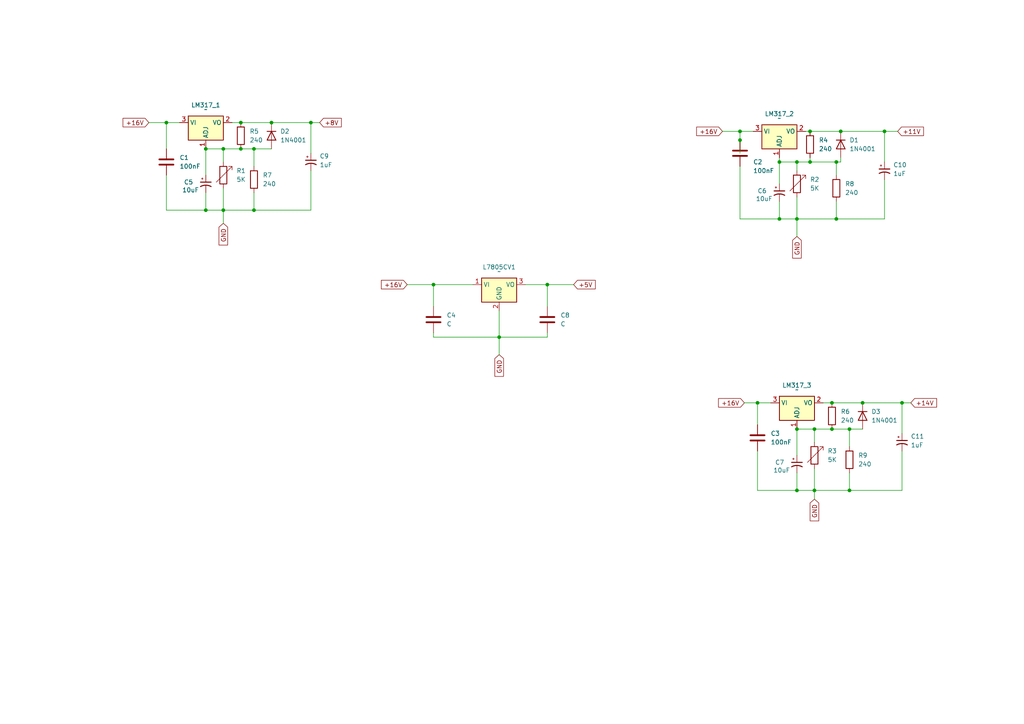
<source format=kicad_sch>
(kicad_sch (version 20231120) (generator "eeschema") (generator_version "8.0")
  (paper "A4")
  (lib_symbols
    (symbol "Device:C" (pin_numbers hide) (pin_names (offset 0.254))
      (property "Reference" "C" (at 0.635 2.54 0))
      (property "Value" "C" (at 0.635 -2.54 0))
      (symbol "C_0_1"
        (polyline (pts (xy -2.032 -0.762) (xy 2.032 -0.762)) (stroke (width 0.508)))
        (polyline (pts (xy -2.032 0.762) (xy 2.032 0.762)) (stroke (width 0.508)))
      )
      (symbol "C_1_1"
        (pin passive line (at 0 3.81 270) (length 2.794) (name "~") (number "1"))
        (pin passive line (at 0 -3.81 90) (length 2.794) (name "~") (number "2"))
      )
    )
    (symbol "Device:C_Polarized_Small_US" (pin_numbers hide) (pin_names (offset 0.254) hide)
      (property "Reference" "C" (at 0.254 1.778 0))
      (property "Value" "C_Polarized_Small_US" (at 0.254 -2.032 0))
      (symbol "C_Polarized_Small_US_0_1"
        (polyline (pts (xy -1.524 0.508) (xy 1.524 0.508)) (stroke (width 0.3048)))
        (polyline (pts (xy -1.27 1.524) (xy -0.762 1.524)))
        (polyline (pts (xy -1.016 1.27) (xy -1.016 1.778)))
        (arc (start 1.524 -0.762) (mid 0 -0.3734) (end -1.524 -0.762) (stroke (width 0.3048)))
      )
      (symbol "C_Polarized_Small_US_1_1"
        (pin passive line (at 0 2.54 270) (length 2.032) (name "~") (number "1"))
        (pin passive line (at 0 -2.54 90) (length 2.032) (name "~") (number "2"))
      )
    )
    (symbol "Device:R" (pin_numbers hide) (pin_names (offset 0))
      (property "Reference" "R" (at 2.032 0 90))
      (property "Value" "R" (at 0 0 90))
      (symbol "R_0_1"
        (rectangle (start -1.016 -2.54) (end 1.016 2.54) (stroke (width 0.254)))
      )
      (symbol "R_1_1"
        (pin passive line (at 0 3.81 270) (length 1.27) (name "~") (number "1"))
        (pin passive line (at 0 -3.81 90) (length 1.27) (name "~") (number "2"))
      )
    )
    (symbol "Device:R_Variable" (pin_numbers hide) (pin_names (offset 0))
      (property "Reference" "R" (at 2.54 -2.54 90))
      (property "Value" "R_Variable" (at -2.54 -1.27 90))
      (symbol "R_Variable_0_1"
        (rectangle (start -1.016 -2.54) (end 1.016 2.54) (stroke (width 0.254)))
        (polyline (pts (xy 2.54 1.524) (xy 2.54 2.54) (xy 1.524 2.54) (xy 2.54 2.54) (xy -2.032 -2.032)))
      )
      (symbol "R_Variable_1_1"
        (pin passive line (at 0 3.81 270) (length 1.27) (name "~") (number "1"))
        (pin passive line (at 0 -3.81 90) (length 1.27) (name "~") (number "2"))
      )
    )
    (symbol "Diode:1N914WT" (pin_numbers hide) (pin_names hide)
      (property "Reference" "D" (at 0 2.54 0))
      (property "Value" "1N914WT" (at 0 -2.54 0))
      (symbol "1N914WT_0_1"
        (polyline (pts (xy -1.27 1.27) (xy -1.27 -1.27)) (stroke (width 0.254)))
        (polyline (pts (xy 1.27 0) (xy -1.27 0)))
        (polyline (pts (xy 1.27 1.27) (xy 1.27 -1.27) (xy -1.27 0) (xy 1.27 1.27)) (stroke (width 0.254)))
      )
      (symbol "1N914WT_1_1"
        (pin passive line (at -3.81 0 0) (length 2.54) (name "K") (number "1"))
        (pin passive line (at 3.81 0 180) (length 2.54) (name "A") (number "2"))
      )
    )
    (symbol "Omialimentation:L7805"
      (property "Reference" "L7805CV" (at 0 4.318 0))
      (symbol "L7805_0_1"
        (rectangle (start -5.08 3.175) (end 5.08 -3.81) (stroke (width 0.254)) (fill (type background)))
      )
      (symbol "L7805_1_1"
        (pin power_in line (at -7.62 1.27 0) (length 2.54) (name "VI") (number "1"))
        (pin power_in line (at 0 -6.35 90) (length 2.54) (name "GND") (number "2"))
        (pin power_out line (at 7.62 1.27 180) (length 2.54) (name "VO") (number "3"))
      )
    )
    (symbol "Omialimentation:LM317"
      (property "Reference" "LM317" (at -8.128 5.334 0))
      (symbol "LM317_0_1"
        (rectangle (start -5.08 3.175) (end 5.08 -3.81) (stroke (width 0.254)) (fill (type background)))
      )
      (symbol "LM317_1_1"
        (pin input line (at 0 -6.35 90) (length 2.54) (name "ADJ") (number "1"))
        (pin power_out line (at 7.62 1.27 180) (length 2.54) (name "VO") (number "2"))
        (pin power_in line (at -7.62 1.27 0) (length 2.54) (name "VI") (number "3"))
      )
    )
  )
  (junction (at 250.19 116.84))
  (junction (at 59.69 43.18))
  (junction (at 246.38 124.46))
  (junction (at 69.85 35.56))
  (junction (at 243.84 38.1))
  (junction (at 78.74 35.56))
  (junction (at 256.54 38.1))
  (junction (at 158.75 82.55))
  (junction (at 241.3 116.84))
  (junction (at 242.57 46.99))
  (junction (at 73.66 43.18))
  (junction (at 231.14 46.99))
  (junction (at 48.26 35.56))
  (junction (at 231.14 142.24))
  (junction (at 261.62 116.84))
  (junction (at 59.69 60.96))
  (junction (at 231.14 63.5))
  (junction (at 64.77 60.96))
  (junction (at 125.73 82.55))
  (junction (at 246.38 142.24))
  (junction (at 219.71 116.84))
  (junction (at 144.78 97.79))
  (junction (at 214.63 38.1))
  (junction (at 236.22 124.46))
  (junction (at 234.95 38.1))
  (junction (at 73.66 60.96))
  (junction (at 231.14 124.46))
  (junction (at 214.63 40.64))
  (junction (at 90.17 35.56))
  (junction (at 64.77 43.18))
  (junction (at 242.57 63.5))
  (junction (at 241.3 124.46))
  (junction (at 226.06 46.99))
  (junction (at 234.95 46.99))
  (junction (at 69.85 43.18))
  (junction (at 226.06 63.5))
  (junction (at 236.22 142.24))
  (wire (pts (xy 226.06 58.42) (xy 226.06 63.5)))
  (wire (pts (xy 73.66 43.18) (xy 78.74 43.18)))
  (wire (pts (xy 234.95 46.99) (xy 242.57 46.99)))
  (wire (pts (xy 73.66 43.18) (xy 73.66 48.26)))
  (wire (pts (xy 219.71 116.84) (xy 223.52 116.84)))
  (wire (pts (xy 158.75 97.79) (xy 144.78 97.79)))
  (wire (pts (xy 118.11 82.55) (xy 125.73 82.55)))
  (wire (pts (xy 144.78 97.79) (xy 144.78 102.87)))
  (wire (pts (xy 90.17 35.56) (xy 92.71 35.56)))
  (wire (pts (xy 243.84 38.1) (xy 256.54 38.1)))
  (wire (pts (xy 242.57 46.99) (xy 242.57 50.8)))
  (wire (pts (xy 233.68 38.1) (xy 234.95 38.1)))
  (wire (pts (xy 52.07 35.56) (xy 48.26 35.56)))
  (wire (pts (xy 214.63 44.45) (xy 214.63 40.64)))
  (wire (pts (xy 152.4 82.55) (xy 158.75 82.55)))
  (wire (pts (xy 231.14 49.53) (xy 231.14 46.99)))
  (wire (pts (xy 246.38 142.24) (xy 261.62 142.24)))
  (wire (pts (xy 231.14 142.24) (xy 236.22 142.24)))
  (wire (pts (xy 236.22 142.24) (xy 246.38 142.24)))
  (wire (pts (xy 64.77 60.96) (xy 64.77 64.77)))
  (wire (pts (xy 64.77 60.96) (xy 73.66 60.96)))
  (wire (pts (xy 241.3 116.84) (xy 250.19 116.84)))
  (wire (pts (xy 67.31 35.56) (xy 69.85 35.56)))
  (wire (pts (xy 231.14 132.08) (xy 231.14 124.46)))
  (wire (pts (xy 236.22 135.89) (xy 236.22 142.24)))
  (wire (pts (xy 158.75 96.52) (xy 158.75 97.79)))
  (wire (pts (xy 48.26 35.56) (xy 48.26 43.18)))
  (wire (pts (xy 261.62 130.81) (xy 261.62 142.24)))
  (wire (pts (xy 231.14 46.99) (xy 234.95 46.99)))
  (wire (pts (xy 59.69 50.8) (xy 59.69 43.18)))
  (wire (pts (xy 144.78 90.17) (xy 144.78 97.79)))
  (wire (pts (xy 59.69 55.88) (xy 59.69 60.96)))
  (wire (pts (xy 64.77 43.18) (xy 69.85 43.18)))
  (wire (pts (xy 158.75 82.55) (xy 166.37 82.55)))
  (wire (pts (xy 214.63 48.26) (xy 214.63 63.5)))
  (wire (pts (xy 209.55 38.1) (xy 214.63 38.1)))
  (wire (pts (xy 214.63 38.1) (xy 218.44 38.1)))
  (wire (pts (xy 236.22 124.46) (xy 241.3 124.46)))
  (wire (pts (xy 69.85 35.56) (xy 78.74 35.56)))
  (wire (pts (xy 261.62 125.73) (xy 261.62 116.84)))
  (wire (pts (xy 125.73 97.79) (xy 144.78 97.79)))
  (wire (pts (xy 125.73 82.55) (xy 137.16 82.55)))
  (wire (pts (xy 236.22 142.24) (xy 236.22 144.78)))
  (wire (pts (xy 48.26 60.96) (xy 59.69 60.96)))
  (wire (pts (xy 64.77 46.99) (xy 64.77 43.18)))
  (wire (pts (xy 242.57 46.99) (xy 243.84 46.99)))
  (wire (pts (xy 246.38 124.46) (xy 250.19 124.46)))
  (wire (pts (xy 73.66 60.96) (xy 90.17 60.96)))
  (wire (pts (xy 234.95 46.99) (xy 234.95 45.72)))
  (wire (pts (xy 226.06 46.99) (xy 231.14 46.99)))
  (wire (pts (xy 90.17 49.53) (xy 90.17 60.96)))
  (wire (pts (xy 256.54 46.99) (xy 256.54 38.1)))
  (wire (pts (xy 231.14 68.58) (xy 231.14 63.5)))
  (wire (pts (xy 219.71 123.19) (xy 219.71 116.84)))
  (wire (pts (xy 59.69 60.96) (xy 64.77 60.96)))
  (wire (pts (xy 243.84 46.99) (xy 243.84 45.72)))
  (wire (pts (xy 73.66 55.88) (xy 73.66 60.96)))
  (wire (pts (xy 214.63 63.5) (xy 226.06 63.5)))
  (wire (pts (xy 219.71 142.24) (xy 231.14 142.24)))
  (wire (pts (xy 215.9 116.84) (xy 219.71 116.84)))
  (wire (pts (xy 78.74 35.56) (xy 90.17 35.56)))
  (wire (pts (xy 231.14 137.16) (xy 231.14 142.24)))
  (wire (pts (xy 158.75 82.55) (xy 158.75 88.9)))
  (wire (pts (xy 214.63 40.64) (xy 214.63 38.1)))
  (wire (pts (xy 250.19 116.84) (xy 261.62 116.84)))
  (wire (pts (xy 125.73 96.52) (xy 125.73 97.79)))
  (wire (pts (xy 219.71 130.81) (xy 219.71 142.24)))
  (wire (pts (xy 69.85 43.18) (xy 73.66 43.18)))
  (wire (pts (xy 241.3 124.46) (xy 246.38 124.46)))
  (wire (pts (xy 234.95 38.1) (xy 243.84 38.1)))
  (wire (pts (xy 226.06 46.99) (xy 226.06 45.72)))
  (wire (pts (xy 256.54 52.07) (xy 256.54 63.5)))
  (wire (pts (xy 226.06 53.34) (xy 226.06 46.99)))
  (wire (pts (xy 256.54 38.1) (xy 260.35 38.1)))
  (wire (pts (xy 64.77 54.61) (xy 64.77 60.96)))
  (wire (pts (xy 242.57 63.5) (xy 256.54 63.5)))
  (wire (pts (xy 246.38 124.46) (xy 246.38 129.54)))
  (wire (pts (xy 43.18 35.56) (xy 48.26 35.56)))
  (wire (pts (xy 231.14 124.46) (xy 236.22 124.46)))
  (wire (pts (xy 226.06 63.5) (xy 231.14 63.5)))
  (wire (pts (xy 59.69 43.18) (xy 64.77 43.18)))
  (wire (pts (xy 238.76 116.84) (xy 241.3 116.84)))
  (wire (pts (xy 125.73 82.55) (xy 125.73 88.9)))
  (wire (pts (xy 261.62 116.84) (xy 264.16 116.84)))
  (wire (pts (xy 242.57 58.42) (xy 242.57 63.5)))
  (wire (pts (xy 231.14 63.5) (xy 242.57 63.5)))
  (wire (pts (xy 90.17 44.45) (xy 90.17 35.56)))
  (wire (pts (xy 48.26 50.8) (xy 48.26 60.96)))
  (wire (pts (xy 236.22 128.27) (xy 236.22 124.46)))
  (wire (pts (xy 231.14 57.15) (xy 231.14 63.5)))
  (wire (pts (xy 246.38 137.16) (xy 246.38 142.24)))
  (global_label "GND" (shape input) (at 144.78 102.87 270) (property "Intersheetrefs" "${INTERSHEET_REFS}" (effects (hide yes))))
  (global_label "+8V" (shape input) (at 92.71 35.56 0) (property "Intersheetrefs" "${INTERSHEET_REFS}" (effects (hide yes))))
  (global_label "+11V" (shape input) (at 260.35 38.1 0) (property "Intersheetrefs" "${INTERSHEET_REFS}" (effects (hide yes))))
  (global_label "+16V" (shape input) (at 215.9 116.84 180) (property "Intersheetrefs" "${INTERSHEET_REFS}" (effects (hide yes))))
  (global_label "GND" (shape input) (at 236.22 144.78 270) (property "Intersheetrefs" "${INTERSHEET_REFS}" (effects (hide yes))))
  (global_label "+5V" (shape input) (at 166.37 82.55 0) (property "Intersheetrefs" "${INTERSHEET_REFS}" (effects (hide yes))))
  (global_label "+16V" (shape input) (at 118.11 82.55 180) (property "Intersheetrefs" "${INTERSHEET_REFS}" (effects (hide yes))))
  (global_label "+14V" (shape input) (at 264.16 116.84 0) (property "Intersheetrefs" "${INTERSHEET_REFS}" (effects (hide yes))))
  (global_label "GND" (shape input) (at 64.77 64.77 270) (property "Intersheetrefs" "${INTERSHEET_REFS}" (effects (hide yes))))
  (global_label "GND" (shape input) (at 231.14 68.58 270) (property "Intersheetrefs" "${INTERSHEET_REFS}" (effects (hide yes))))
  (global_label "+16V" (shape input) (at 43.18 35.56 180) (property "Intersheetrefs" "${INTERSHEET_REFS}" (effects (hide yes))))
  (global_label "+16V" (shape input) (at 209.55 38.1 180) (property "Intersheetrefs" "${INTERSHEET_REFS}" (effects (hide yes))))
  (symbol (lib_id "Omialimentation:L7805") (at 144.78 83.82 0) (unit 1)
    (property "Reference" "L7805CV1" (at 144.78 77.47 0))
    (property "Value" "~" (at 144.78 78.74 0))
    (property "Footprint" "Omialimentation:L7805CV" (effects (hide yes)))
  )
  (symbol (lib_id "Diode:1N914WT") (at 78.74 39.37 270) (unit 1)
    (property "Reference" "D2" (at 81.28 38.0999 90) (effects (justify left)))
    (property "Value" "1N4001" (at 81.28 40.6399 90) (effects (justify left)))
    (property "Footprint" "Diode_SMD:D_SOD-523" (effects (hide yes)))
    (property "Datasheet" "http://www.mouser.com/ds/2/149/1N4148WT-461550.pdf" (effects (hide yes)))
    (property "Description" "75V 0.15A Fast switching Diode, SOD-523" (effects (hide yes)))
    (property "Sim.Device" "D" (effects (hide yes)))
    (property "Sim.Pins" "1=K 2=A" (effects (hide yes)))
  )
  (symbol (lib_id "Device:C_Polarized_Small_US") (at 59.69 53.34 0) (unit 1)
    (property "Reference" "C5" (at 53.34 52.832 0) (effects (justify left)))
    (property "Value" "10uF" (at 52.832 55.118 0) (effects (justify left)))
    (property "Description" "Polarized capacitor, small US symbol" (effects (hide yes)))
  )
  (symbol (lib_id "Device:C") (at 125.73 92.71 0) (unit 1)
    (property "Reference" "C4" (at 129.54 91.4399 0) (effects (justify left)))
    (property "Value" "C" (at 129.54 93.9799 0) (effects (justify left)))
    (property "Description" "Unpolarized capacitor" (effects (hide yes)))
  )
  (symbol (lib_id "Device:R") (at 69.85 39.37 0) (unit 1)
    (property "Reference" "R5" (at 72.39 38.0999 0) (effects (justify left)))
    (property "Value" "240" (at 72.39 40.6399 0) (effects (justify left)))
    (property "Description" "Resistor" (effects (hide yes)))
  )
  (symbol (lib_id "Device:C") (at 214.63 44.45 0) (unit 1)
    (property "Reference" "C2" (at 218.44 46.9899 0) (effects (justify left)))
    (property "Value" "100nF" (at 218.44 49.5299 0) (effects (justify left)))
    (property "Description" "Unpolarized capacitor" (effects (hide yes)))
  )
  (symbol (lib_id "Omialimentation:LM317") (at 59.69 36.83 0) (unit 1)
    (property "Reference" "LM317_1" (at 59.69 30.48 0))
    (property "Value" "~" (at 59.69 31.75 0))
    (property "Footprint" "Omialimentation:LM317T" (effects (hide yes)))
  )
  (symbol (lib_id "Device:R") (at 241.3 120.65 0) (unit 1)
    (property "Reference" "R6" (at 243.84 119.3799 0) (effects (justify left)))
    (property "Value" "240" (at 243.84 121.9199 0) (effects (justify left)))
    (property "Description" "Resistor" (effects (hide yes)))
  )
  (symbol (lib_id "Device:R") (at 246.38 133.35 0) (unit 1)
    (property "Reference" "R9" (at 248.92 132.0799 0) (effects (justify left)))
    (property "Value" "240" (at 248.92 134.6199 0) (effects (justify left)))
    (property "Description" "Resistor" (effects (hide yes)))
  )
  (symbol (lib_id "Device:C") (at 219.71 127 0) (unit 1)
    (property "Reference" "C3" (at 223.52 125.7299 0) (effects (justify left)))
    (property "Value" "100nF" (at 223.52 128.2699 0) (effects (justify left)))
    (property "Description" "Unpolarized capacitor" (effects (hide yes)))
  )
  (symbol (lib_id "Device:R") (at 234.95 41.91 0) (unit 1)
    (property "Reference" "R4" (at 237.49 40.6399 0) (effects (justify left)))
    (property "Value" "240" (at 237.49 43.1799 0) (effects (justify left)))
    (property "Description" "Resistor" (effects (hide yes)))
  )
  (symbol (lib_id "Device:C") (at 158.75 92.71 0) (unit 1)
    (property "Reference" "C8" (at 162.56 91.4399 0) (effects (justify left)))
    (property "Value" "C" (at 162.56 93.9799 0) (effects (justify left)))
    (property "Description" "Unpolarized capacitor" (effects (hide yes)))
  )
  (symbol (lib_id "Device:C_Polarized_Small_US") (at 90.17 46.99 0) (unit 1)
    (property "Reference" "C9" (at 92.71 45.2881 0) (effects (justify left)))
    (property "Value" "1uF" (at 92.71 47.8281 0) (effects (justify left)))
    (property "Description" "Polarized capacitor, small US symbol" (effects (hide yes)))
  )
  (symbol (lib_id "Omialimentation:LM317") (at 231.14 118.11 0) (unit 1)
    (property "Reference" "LM317_3" (at 231.14 111.76 0))
    (property "Value" "~" (at 231.14 113.03 0))
    (property "Footprint" "Omialimentation:LM317T" (effects (hide yes)))
  )
  (symbol (lib_id "Omialimentation:LM317") (at 226.06 39.37 0) (unit 1)
    (property "Reference" "LM317_2" (at 226.06 33.02 0))
    (property "Value" "~" (at 226.06 34.29 0))
    (property "Footprint" "Omialimentation:LM317T" (effects (hide yes)))
  )
  (symbol (lib_id "Device:R_Variable") (at 236.22 132.08 0) (unit 1)
    (property "Reference" "R3" (at 240.03 130.8099 0) (effects (justify left)))
    (property "Value" "5K" (at 240.03 133.3499 0) (effects (justify left)))
    (property "Description" "Variable resistor" (effects (hide yes)))
  )
  (symbol (lib_id "Device:C") (at 48.26 46.99 0) (unit 1)
    (property "Reference" "C1" (at 52.07 45.7199 0) (effects (justify left)))
    (property "Value" "100nF" (at 52.07 48.2599 0) (effects (justify left)))
    (property "Description" "Unpolarized capacitor" (effects (hide yes)))
  )
  (symbol (lib_id "Device:C_Polarized_Small_US") (at 256.54 49.53 0) (unit 1)
    (property "Reference" "C10" (at 259.08 47.8281 0) (effects (justify left)))
    (property "Value" "1uF" (at 259.08 50.3681 0) (effects (justify left)))
    (property "Description" "Polarized capacitor, small US symbol" (effects (hide yes)))
  )
  (symbol (lib_id "Device:R") (at 73.66 52.07 0) (unit 1)
    (property "Reference" "R7" (at 76.2 50.7999 0) (effects (justify left)))
    (property "Value" "240" (at 76.2 53.3399 0) (effects (justify left)))
    (property "Description" "Resistor" (effects (hide yes)))
  )
  (symbol (lib_id "Device:R_Variable") (at 231.14 53.34 0) (unit 1)
    (property "Reference" "R2" (at 234.95 52.0699 0) (effects (justify left)))
    (property "Value" "5K" (at 234.95 54.6099 0) (effects (justify left)))
    (property "Description" "Variable resistor" (effects (hide yes)))
  )
  (symbol (lib_id "Device:R") (at 242.57 54.61 0) (unit 1)
    (property "Reference" "R8" (at 245.11 53.3399 0) (effects (justify left)))
    (property "Value" "240" (at 245.11 55.8799 0) (effects (justify left)))
    (property "Description" "Resistor" (effects (hide yes)))
  )
  (symbol (lib_id "Diode:1N914WT") (at 250.19 120.65 270) (unit 1)
    (property "Reference" "D3" (at 252.73 119.3799 90) (effects (justify left)))
    (property "Value" "1N4001" (at 252.73 121.9199 90) (effects (justify left)))
    (property "Footprint" "Diode_SMD:D_SOD-523" (effects (hide yes)))
    (property "Datasheet" "http://www.mouser.com/ds/2/149/1N4148WT-461550.pdf" (effects (hide yes)))
    (property "Description" "75V 0.15A Fast switching Diode, SOD-523" (effects (hide yes)))
    (property "Sim.Device" "D" (effects (hide yes)))
    (property "Sim.Pins" "1=K 2=A" (effects (hide yes)))
  )
  (symbol (lib_id "Diode:1N914WT") (at 243.84 41.91 270) (unit 1)
    (property "Reference" "D1" (at 246.38 40.6399 90) (effects (justify left)))
    (property "Value" "1N4001" (at 246.38 43.1799 90) (effects (justify left)))
    (property "Footprint" "Diode_SMD:D_SOD-523" (effects (hide yes)))
    (property "Datasheet" "http://www.mouser.com/ds/2/149/1N4148WT-461550.pdf" (effects (hide yes)))
    (property "Description" "75V 0.15A Fast switching Diode, SOD-523" (effects (hide yes)))
    (property "Sim.Device" "D" (effects (hide yes)))
    (property "Sim.Pins" "1=K 2=A" (effects (hide yes)))
  )
  (symbol (lib_id "Device:C_Polarized_Small_US") (at 226.06 55.88 0) (unit 1)
    (property "Reference" "C6" (at 219.71 55.372 0) (effects (justify left)))
    (property "Value" "10uF" (at 219.202 57.658 0) (effects (justify left)))
    (property "Description" "Polarized capacitor, small US symbol" (effects (hide yes)))
  )
  (symbol (lib_id "Device:C_Polarized_Small_US") (at 261.62 128.27 0) (unit 1)
    (property "Reference" "C11" (at 264.16 126.5681 0) (effects (justify left)))
    (property "Value" "1uF" (at 264.16 129.1081 0) (effects (justify left)))
    (property "Description" "Polarized capacitor, small US symbol" (effects (hide yes)))
  )
  (symbol (lib_id "Device:R_Variable") (at 64.77 50.8 0) (unit 1)
    (property "Reference" "R1" (at 68.58 49.5299 0) (effects (justify left)))
    (property "Value" "5K" (at 68.58 52.0699 0) (effects (justify left)))
    (property "Description" "Variable resistor" (effects (hide yes)))
  )
  (symbol (lib_id "Device:C_Polarized_Small_US") (at 231.14 134.62 0) (unit 1)
    (property "Reference" "C7" (at 224.79 134.112 0) (effects (justify left)))
    (property "Value" "10uF" (at 224.282 136.398 0) (effects (justify left)))
    (property "Description" "Polarized capacitor, small US symbol" (effects (hide yes)))
  )
)
</source>
